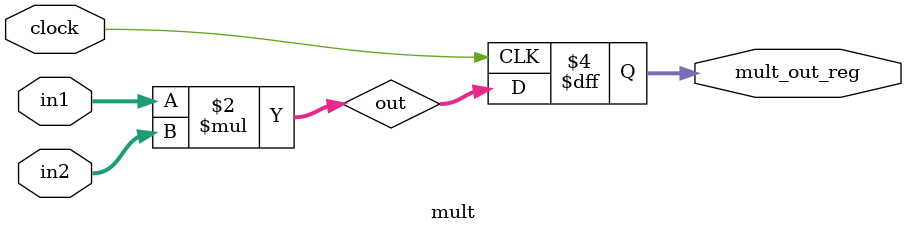
<source format=v>
/*
 * Copyright (c) 2006, Peter M. Chen.  All rights reserved.  This software is
 * supplied as is without expressed or implied warranties of any kind.
 */

module mult(
    input wire clock,
    input wire [31:0] in1,
    input wire [31:0] in2,
    output reg [31:0] mult_out_reg);

    reg [31:0] out;

    always @* begin
        /*
         * Amazingly, this works for 2s complement negative numbers.
         */
        out = in1 * in2;
    end

    /*
     * This register exists (and is named uniquely) so I can specify
     * it as a destination for a multicycle timing constraint.
     */
    always @(posedge clock) begin
        mult_out_reg <= out;
    end

endmodule

</source>
